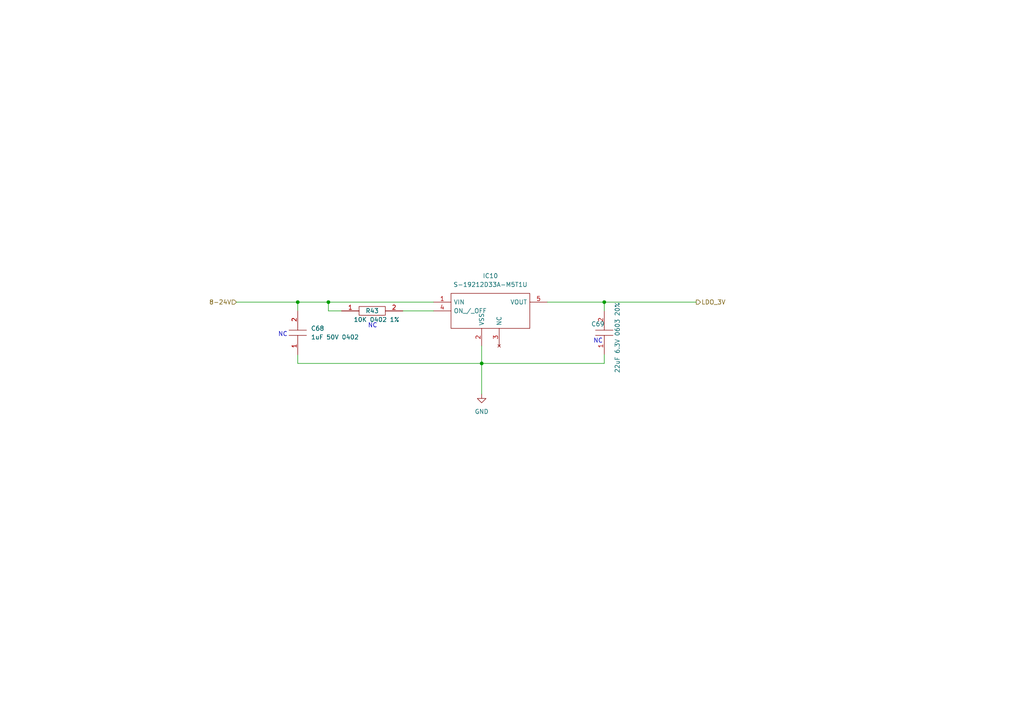
<source format=kicad_sch>
(kicad_sch (version 20211123) (generator eeschema)
  (paper "A4")
  (lib_symbols
    (symbol "global_lib:AC0402FR-0710KL" (pin_names (offset 0.762))
      (property "Reference" "R" (at 13.97 6.35 0))
      (property "Value" "AC0402FR-0710KL" (at 13.97 3.81 0))
      (symbol "AC0402FR-0710KL_0_0"
        (pin passive line (at 0 0 0) (length 5.08) (name "~") (number "1"))
        (pin passive line (at 17.78 0 180) (length 5.08) (name "~") (number "2"))
      )
      (symbol "AC0402FR-0710KL_0_1"
        (polyline (pts (xy 5.08 1.27) (xy 12.7 1.27) (xy 12.7 -1.27) (xy 5.08 -1.27) (xy 5.08 1.27)) (stroke (width 0.1524)))
      )
    )
    (symbol "global_lib:GRM188R60J226MEA0D" (pin_names (offset 0.762))
      (property "Reference" "C" (at 8.89 6.35 0))
      (property "Value" "GRM188R60J226MEA0D" (at 8.89 3.81 0))
      (symbol "GRM188R60J226MEA0D_0_0"
        (pin passive line (at 0 0 0) (length 5.08) (name "~") (number "1"))
        (pin passive line (at 12.7 0 180) (length 5.08) (name "~") (number "2"))
      )
      (symbol "GRM188R60J226MEA0D_0_1"
        (polyline (pts (xy 5.08 0) (xy 5.588 0)) (stroke (width 0.1524)))
        (polyline (pts (xy 5.588 2.54) (xy 5.588 -2.54)) (stroke (width 0.1524)))
        (polyline (pts (xy 7.112 0) (xy 7.62 0)) (stroke (width 0.1524)))
        (polyline (pts (xy 7.112 2.54) (xy 7.112 -2.54)) (stroke (width 0.1524)))
      )
    )
    (symbol "my_cap:1uF 50V 0402" (pin_names (offset 0.762))
      (property "Reference" "C" (at 8.89 6.35 0))
      (property "Value" "1uF 50V 0402" (at 8.89 3.81 0))
      (symbol "1uF 50V 0402_0_0"
        (pin passive line (at 0 0 0) (length 5.08) (name "~") (number "1"))
        (pin passive line (at 12.7 0 180) (length 5.08) (name "~") (number "2"))
      )
      (symbol "1uF 50V 0402_0_1"
        (polyline (pts (xy 5.08 0) (xy 5.588 0)) (stroke (width 0.1524)))
        (polyline (pts (xy 5.588 2.54) (xy 5.588 -2.54)) (stroke (width 0.1524)))
        (polyline (pts (xy 7.112 0) (xy 7.62 0)) (stroke (width 0.1524)))
        (polyline (pts (xy 7.112 2.54) (xy 7.112 -2.54)) (stroke (width 0.1524)))
      )
    )
    (symbol "my_ldo:S-19212D33A-M5T1U" (pin_names (offset 0.762))
      (property "Reference" "IC" (at 29.21 7.62 0))
      (property "Value" "S-19212D33A-M5T1U" (at 29.21 5.08 0))
      (symbol "S-19212D33A-M5T1U_0_0"
        (pin passive line (at 0 0 0) (length 5.08) (name "VIN") (number "1"))
        (pin passive line (at 13.97 -12.7 90) (length 5.08) (name "VSS") (number "2"))
        (pin no_connect line (at 19.05 -12.7 90) (length 5.08) (name "NC") (number "3"))
        (pin passive line (at 0 -2.54 0) (length 5.08) (name "ON_/_OFF") (number "4"))
        (pin passive line (at 33.02 0 180) (length 5.08) (name "VOUT") (number "5"))
      )
      (symbol "S-19212D33A-M5T1U_0_1"
        (polyline (pts (xy 5.08 2.54) (xy 27.94 2.54) (xy 27.94 -7.62) (xy 5.08 -7.62) (xy 5.08 2.54)) (stroke (width 0.1524)))
      )
    )
    (symbol "power:GND" (power) (pin_names (offset 0))
      (property "Value" "GND" (at 0 -3.81 0))
      (symbol "GND_0_1"
        (polyline (pts (xy 0 0) (xy 0 -1.27) (xy 1.27 -1.27) (xy 0 -2.54) (xy -1.27 -1.27) (xy 0 -1.27)))
      )
      (symbol "GND_1_1"
        (pin power_in line (at 0 0 270) (length 0) hide (name "GND") (number "1"))
      )
    )
  )
  (junction (at 95.25 87.63))
  (junction (at 86.36 87.63))
  (junction (at 175.26 87.63))
  (junction (at 139.7 105.41))
  (wire (pts (xy 116.84 90.17) (xy 125.73 90.17)))
  (wire (pts (xy 86.36 105.41) (xy 139.7 105.41)))
  (wire (pts (xy 95.25 87.63) (xy 95.25 90.17)))
  (wire (pts (xy 175.26 90.17) (xy 175.26 87.63)))
  (wire (pts (xy 86.36 87.63) (xy 95.25 87.63)))
  (wire (pts (xy 175.26 102.87) (xy 175.26 105.41)))
  (wire (pts (xy 139.7 105.41) (xy 139.7 114.3)))
  (wire (pts (xy 175.26 87.63) (xy 201.93 87.63)))
  (wire (pts (xy 86.36 87.63) (xy 86.36 90.17)))
  (wire (pts (xy 139.7 105.41) (xy 175.26 105.41)))
  (wire (pts (xy 175.26 87.63) (xy 158.75 87.63)))
  (wire (pts (xy 95.25 90.17) (xy 99.06 90.17)))
  (wire (pts (xy 139.7 105.41) (xy 139.7 100.33)))
  (wire (pts (xy 68.58 87.63) (xy 86.36 87.63)))
  (wire (pts (xy 125.73 87.63) (xy 95.25 87.63)))
  (wire (pts (xy 86.36 102.87) (xy 86.36 105.41)))
  (text "NC\n" (at 106.68 95.25 0) (effects (font (size 1.27 1.27)) (justify left bottom)))
  (text "NC\n" (at 172.085 99.695 0) (effects (font (size 1.27 1.27)) (justify left bottom)))
  (text "NC\n" (at 80.645 97.79 0) (effects (font (size 1.27 1.27)) (justify left bottom)))
  (hierarchical_label "8-24V" (shape input) (at 68.58 87.63 180))
  (hierarchical_label "LDO_3V" (shape output) (at 201.93 87.63 0))
  (symbol (lib_id "my_ldo:S-19212D33A-M5T1U") (at 125.73 87.63 0) (unit 1) (in_bom no)
    (property "Reference" "IC10" (at 142.24 80.01 0))
    (property "Value" "S-19212D33A-M5T1U" (at 142.24 82.55 0))
    (property "Footprint" "SOT95P275X130-5N" (effects hide))
    (property "Datasheet" "https://www.ablic.com/en/doc/datasheet/automotive_voltage_regulator/S19212B_DxxA_E.pdf" (effects hide))
    (property "Description" "AUTOMOTIVE, 125C OPERATION, 36 V INPUT, 250 mA VOLTAGE REGULATOR" (effects hide))
    (property "Height" "1.3" (effects hide))
    (property "Manufacturer_Name" "ABLIC Inc." (effects hide))
    (property "Manufacturer_Part_Number" "S-19212D33A-M5T1U" (effects hide))
    (property "Mouser Part Number" "628-S19212D33AM5T1U" (effects hide))
    (property "Mouser Price/Stock" "https://www.mouser.co.uk/ProductDetail/ABLIC/S-19212D33A-M5T1U?qs=GBLSl2AkirvyauF2DMI8uQ%3D%3D" (effects hide))
  )
  (symbol (lib_id "global_lib:GRM188R60J226MEA0D") (at 175.26 102.87 90) (unit 1) (in_bom no)
    (property "Reference" "C69" (at 171.45 93.98 90) (effects (justify right)))
    (property "Value" "22uF 6.3V 0603 20%" (at 179.07 87.63 0) (effects (justify right)))
    (property "Footprint" "C_0603_1608Metric" (effects hide))
    (property "Datasheet" "https://psearch.en.murata.com/capacitor/product/GRM188R60J226MEA0%23.html" (effects hide))
    (property "Description" "Multilayer Ceramic Capacitors MLCC - SMD/SMT 0603 22uF 6.3volts *Derate Voltage/Temp" (effects hide))
    (property "Height" "0.9" (effects hide))
    (property "Manufacturer_Name" "Murata Electronics" (effects hide))
    (property "Manufacturer_Part_Number" "GRM188R60J226MEA0D" (effects hide))
    (property "Mouser Part Number" "81-GRM188R60J226ME0D" (effects hide))
    (property "Mouser Price/Stock" "https://www.mouser.co.uk/ProductDetail/Murata-Electronics/GRM188R60J226MEA0D?qs=p%2FZgMVRdWRkAKoLX3oNjgw%3D%3D" (effects hide))
    (property "Arrow Part Number" "GRM188R60J226MEA0D" (effects hide))
    (property "Arrow Price/Stock" "https://www.arrow.com/en/products/grm188r60j226mea0d/murata-manufacturing?region=nac" (effects hide))
  )
  (symbol (lib_id "global_lib:AC0402FR-0710KL") (at 99.06 90.17 0) (unit 1) (in_bom no)
    (property "Reference" "R43" (at 107.95 90.17 0))
    (property "Value" "10K 0402 1%" (at 109.22 92.71 0))
    (property "Footprint" "R_0402_1005Metric" (effects hide))
    (property "Datasheet" "https://www.yageo.com/upload/media/product/productsearch/datasheet/rchip/PYu-AC_51_RoHS_L_7.pdf" (effects hide))
    (property "Description" "Yageo 10k, 0402 Thick Film Resistor 1% 0.0625W - AC0402FR-0710KL" (effects hide))
    (property "Height" "0.37" (effects hide))
    (property "Manufacturer_Name" "YAGEO (PHYCOMP)" (effects hide))
    (property "Manufacturer_Part_Number" "AC0402FR-0710KL" (effects hide))
    (property "Mouser Part Number" "603-AC0402FR-0710KL" (effects hide))
    (property "Mouser Price/Stock" "https://www.mouser.co.uk/ProductDetail/Yageo/AC0402FR-0710KL?qs=yhV1fb9g%2FKYkR5U3B7upEQ%3D%3D" (effects hide))
    (property "Arrow Part Number" "AC0402FR-0710KL" (effects hide))
    (property "Arrow Price/Stock" "https://www.arrow.com/en/products/ac0402fr-0710kl/yageo" (effects hide))
  )
  (symbol (lib_id "my_cap:1uF 50V 0402") (at 86.36 102.87 90) (unit 1) (in_bom no)
    (property "Reference" "C68" (at 90.17 95.2499 90) (effects (justify right)))
    (property "Value" "1uF 50V 0402" (at 90.17 97.7899 90) (effects (justify right)))
    (property "Footprint" "C_0402_1005Metric" (effects hide))
    (property "Datasheet" "https://componentsearchengine.com/Datasheets/1/UMK105CBJ105KV-F.pdf" (effects hide))
    (property "Description" "Multilayer Ceramic Capacitors MLCC - SMD/SMT 0402 50V 1.0uF 10% X5R" (effects hide))
    (property "Height" "0.55" (effects hide))
    (property "Manufacturer_Name" "TAIYO YUDEN" (effects hide))
    (property "Manufacturer_Part_Number" "UMK105CBJ105KV-F" (effects hide))
    (property "Mouser Part Number" "963-UMK105CBJ105KV-F" (effects hide))
    (property "Mouser Price/Stock" "https://www.mouser.co.uk/ProductDetail/Taiyo-Yuden/UMK105CBJ105KV-F?qs=y6ZabgHbY%252BzCcB1y1nCMfw%3D%3D" (effects hide))
  )
  (symbol (lib_id "power:GND") (at 139.7 114.3 0) (unit 1)
    (property "Reference" "#PWR064" (effects hide))
    (property "Value" "GND" (at 139.7 119.38 0))
  )
)
</source>
